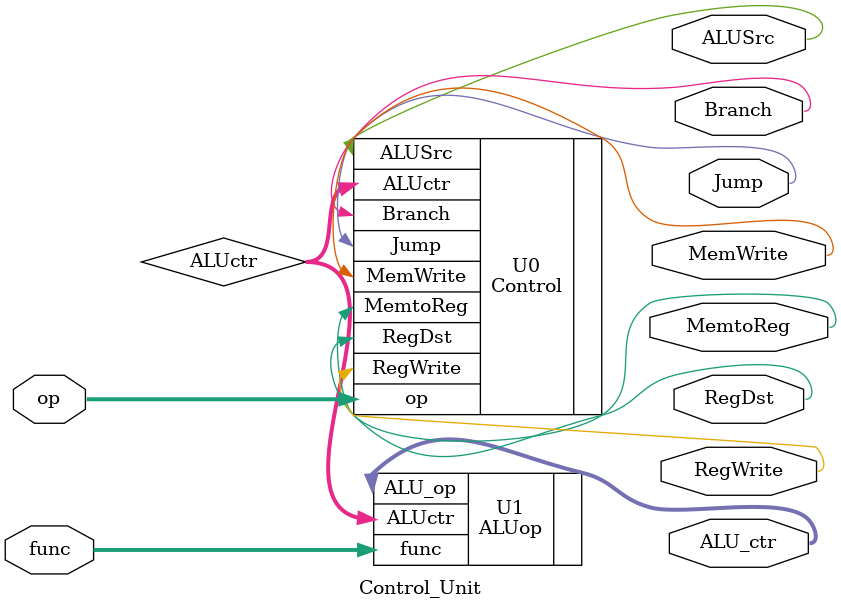
<source format=v>
`timescale 1ns / 1ps
module Control_Unit(
	input [5:0] op, func,
	output RegDst, RegWrite, ALUSrc,
	output MemWrite,MemtoReg,
	output Branch,Jump,
	output [2:0] ALU_ctr
    );
	wire [1:0] ALUctr;
	Control U0(.op(op),
		.RegDst(RegDst),
		.RegWrite(RegWrite),
		.ALUSrc(ALUSrc),
		.MemWrite(MemWrite),
		.MemtoReg(MemtoReg),
		.Branch(Branch),
		.Jump(Jump),
		.ALUctr(ALUctr)
		);
	ALUop U1(.func(func), .ALUctr(ALUctr), .ALU_op(ALU_ctr));

endmodule

</source>
